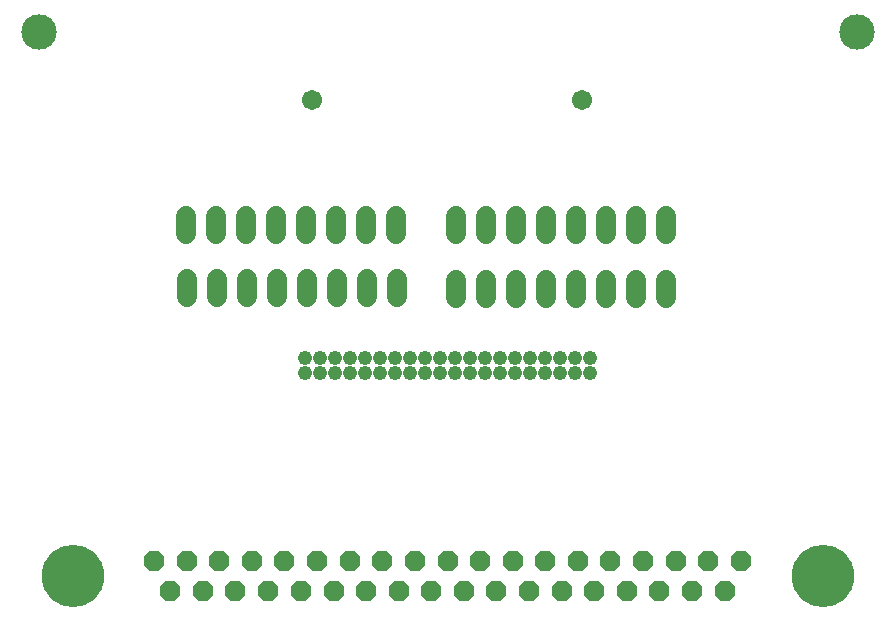
<source format=gbr>
G04 EAGLE Gerber RS-274X export*
G75*
%MOMM*%
%FSLAX34Y34*%
%LPD*%
%INSoldermask Bottom*%
%IPPOS*%
%AMOC8*
5,1,8,0,0,1.08239X$1,22.5*%
G01*
%ADD10C,3.003200*%
%ADD11P,1.869504X8X22.500000*%
%ADD12C,5.283200*%
%ADD13C,1.703200*%
%ADD14C,1.244000*%
%ADD15C,1.727200*%


D10*
X263740Y841550D03*
X956500Y841590D03*
D11*
X858012Y393700D03*
X830326Y393700D03*
X802894Y393700D03*
X775208Y393700D03*
X747522Y393700D03*
X720090Y393700D03*
X692404Y393700D03*
X664718Y393700D03*
X637286Y393700D03*
X609600Y393700D03*
X581914Y393700D03*
X554482Y393700D03*
X526796Y393700D03*
X844296Y368300D03*
X816610Y368300D03*
X788924Y368300D03*
X761492Y368300D03*
X733806Y368300D03*
X706120Y368300D03*
X678688Y368300D03*
X651002Y368300D03*
X623316Y368300D03*
X595884Y368300D03*
X568198Y368300D03*
X540512Y368300D03*
X499110Y393700D03*
X471424Y393700D03*
X443992Y393700D03*
X416306Y393700D03*
X513080Y368300D03*
X485394Y368300D03*
X457708Y368300D03*
X430022Y368300D03*
X388620Y393700D03*
X361188Y393700D03*
X402590Y368300D03*
X374904Y368300D03*
D12*
X292100Y381000D03*
X927100Y381000D03*
D13*
X495170Y784160D03*
X723770Y784160D03*
D14*
X488950Y552450D03*
X488950Y565150D03*
X501650Y552450D03*
X501650Y565150D03*
X514350Y552450D03*
X514350Y565150D03*
X527050Y552450D03*
X527050Y565150D03*
X539750Y552450D03*
X539750Y565150D03*
X552450Y552450D03*
X552450Y565150D03*
X565150Y552450D03*
X565150Y565150D03*
X577850Y552450D03*
X577850Y565150D03*
X590550Y552450D03*
X590550Y565150D03*
X603250Y552450D03*
X603250Y565150D03*
X615950Y552450D03*
X615950Y565150D03*
X628650Y552450D03*
X628650Y565150D03*
X641350Y552450D03*
X641350Y565150D03*
X654050Y552450D03*
X654050Y565150D03*
X666750Y552450D03*
X666750Y565150D03*
X679450Y552450D03*
X679450Y565150D03*
X692150Y552450D03*
X692150Y565150D03*
X704850Y552450D03*
X704850Y565150D03*
X717550Y552450D03*
X717550Y565150D03*
X730250Y552450D03*
X730250Y565150D03*
D15*
X389000Y617380D02*
X389000Y632620D01*
X414400Y632620D02*
X414400Y617380D01*
X439800Y617380D02*
X439800Y632620D01*
X465200Y632620D02*
X465200Y617380D01*
X490600Y617380D02*
X490600Y632620D01*
X516000Y632620D02*
X516000Y617380D01*
X541400Y617380D02*
X541400Y632620D01*
X566800Y632620D02*
X566800Y617380D01*
X616400Y616680D02*
X616400Y631920D01*
X641800Y631920D02*
X641800Y616680D01*
X667200Y616680D02*
X667200Y631920D01*
X692600Y631920D02*
X692600Y616680D01*
X718000Y616680D02*
X718000Y631920D01*
X743400Y631920D02*
X743400Y616680D01*
X768800Y616680D02*
X768800Y631920D01*
X794200Y631920D02*
X794200Y616680D01*
X387800Y670280D02*
X387800Y685520D01*
X413200Y685520D02*
X413200Y670280D01*
X438600Y670280D02*
X438600Y685520D01*
X464000Y685520D02*
X464000Y670280D01*
X489400Y670280D02*
X489400Y685520D01*
X514800Y685520D02*
X514800Y670280D01*
X540200Y670280D02*
X540200Y685520D01*
X565600Y685520D02*
X565600Y670280D01*
X616400Y670780D02*
X616400Y686020D01*
X641800Y686020D02*
X641800Y670780D01*
X667200Y670780D02*
X667200Y686020D01*
X692600Y686020D02*
X692600Y670780D01*
X718000Y670780D02*
X718000Y686020D01*
X743400Y686020D02*
X743400Y670780D01*
X768800Y670780D02*
X768800Y686020D01*
X794200Y686020D02*
X794200Y670780D01*
M02*

</source>
